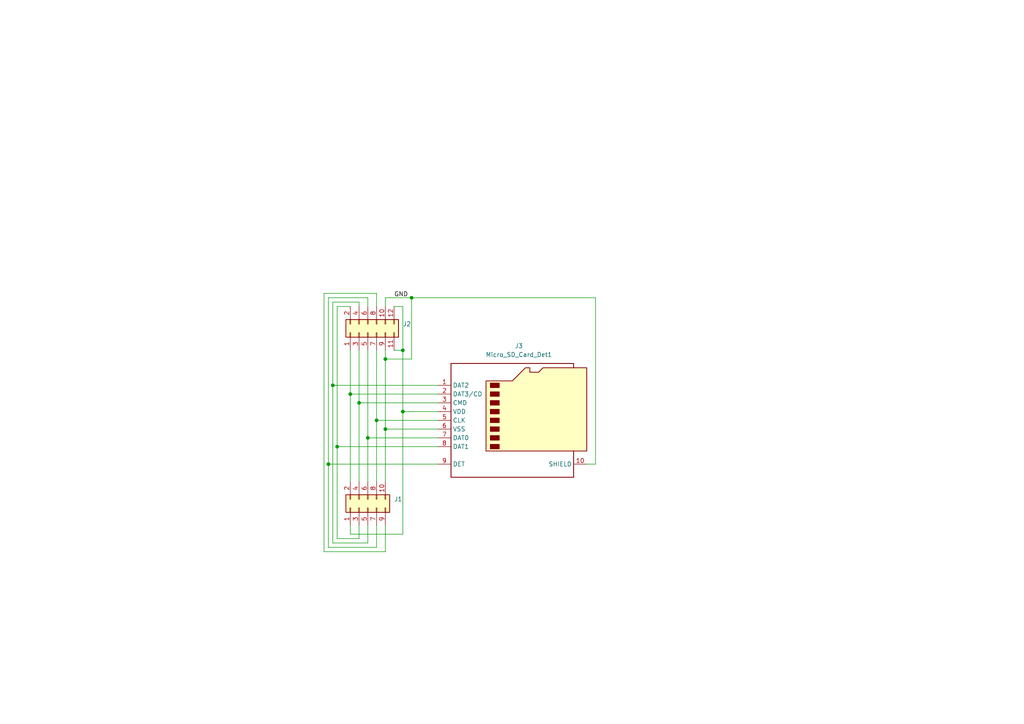
<source format=kicad_sch>
(kicad_sch (version 20230121) (generator eeschema)
  (paper "A4")
  (lib_symbols
    (symbol "Connector:Micro_SD_Card_Det1"
      (property "Reference" "J" (at -16.51 17.78 0))
      (property "Value" "Micro_SD_Card_Det1" (at 16.51 17.78 0))
      (symbol "Micro_SD_Card_Det1_0_1"
        (rectangle (start -7.62 -6.985) (end -5.08 -8.255) (stroke (width 0.254)) (fill (type outline)))
        (rectangle (start -7.62 -4.445) (end -5.08 -5.715) (stroke (width 0.254)) (fill (type outline)))
        (rectangle (start -7.62 -1.905) (end -5.08 -3.175) (stroke (width 0.254)) (fill (type outline)))
        (rectangle (start -7.62 0.635) (end -5.08 -0.635) (stroke (width 0.254)) (fill (type outline)))
        (rectangle (start -7.62 3.175) (end -5.08 1.905) (stroke (width 0.254)) (fill (type outline)))
        (rectangle (start -7.62 5.715) (end -5.08 4.445) (stroke (width 0.254)) (fill (type outline)))
        (rectangle (start -7.62 8.255) (end -5.08 6.985) (stroke (width 0.254)) (fill (type outline)))
        (rectangle (start -7.62 10.795) (end -5.08 9.525) (stroke (width 0.254)) (fill (type outline)))
        (polyline (pts (xy 16.51 15.24) (xy 16.51 16.51) (xy -19.05 16.51) (xy -19.05 -16.51) (xy 16.51 -16.51) (xy 16.51 -8.89)) (stroke (width 0.254)))
        (polyline (pts (xy -8.89 -8.89) (xy -8.89 11.43) (xy -1.27 11.43) (xy 2.54 15.24) (xy 3.81 15.24) (xy 3.81 13.97) (xy 6.35 13.97) (xy 7.62 15.24) (xy 20.32 15.24) (xy 20.32 -8.89) (xy -8.89 -8.89)) (stroke (width 0.254)) (fill (type background)))
      )
      (symbol "Micro_SD_Card_Det1_1_1"
        (pin bidirectional line (at -22.86 10.16 0) (length 3.81) (name "DAT2") (number "1"))
        (pin passive line (at 20.32 -12.7 180) (length 3.81) (name "SHIELD") (number "10"))
        (pin bidirectional line (at -22.86 7.62 0) (length 3.81) (name "DAT3/CD") (number "2"))
        (pin input line (at -22.86 5.08 0) (length 3.81) (name "CMD") (number "3"))
        (pin power_in line (at -22.86 2.54 0) (length 3.81) (name "VDD") (number "4"))
        (pin input line (at -22.86 0 0) (length 3.81) (name "CLK") (number "5"))
        (pin power_in line (at -22.86 -2.54 0) (length 3.81) (name "VSS") (number "6"))
        (pin bidirectional line (at -22.86 -5.08 0) (length 3.81) (name "DAT0") (number "7"))
        (pin bidirectional line (at -22.86 -7.62 0) (length 3.81) (name "DAT1") (number "8"))
        (pin passive line (at -22.86 -12.7 0) (length 3.81) (name "DET") (number "9"))
      )
    )
    (symbol "Connector_Generic:Conn_02x05_Odd_Even" (pin_names (offset 1.016) hide)
      (property "Reference" "J" (at 1.27 7.62 0))
      (property "Value" "Conn_02x05_Odd_Even" (at 1.27 -7.62 0))
      (symbol "Conn_02x05_Odd_Even_1_1"
        (rectangle (start -1.27 -4.953) (end 0 -5.207) (stroke (width 0.1524)))
        (rectangle (start -1.27 -2.413) (end 0 -2.667) (stroke (width 0.1524)))
        (rectangle (start -1.27 0.127) (end 0 -0.127) (stroke (width 0.1524)))
        (rectangle (start -1.27 2.667) (end 0 2.413) (stroke (width 0.1524)))
        (rectangle (start -1.27 5.207) (end 0 4.953) (stroke (width 0.1524)))
        (rectangle (start -1.27 6.35) (end 3.81 -6.35) (stroke (width 0.254)) (fill (type background)))
        (rectangle (start 3.81 -4.953) (end 2.54 -5.207) (stroke (width 0.1524)))
        (rectangle (start 3.81 -2.413) (end 2.54 -2.667) (stroke (width 0.1524)))
        (rectangle (start 3.81 0.127) (end 2.54 -0.127) (stroke (width 0.1524)))
        (rectangle (start 3.81 2.667) (end 2.54 2.413) (stroke (width 0.1524)))
        (rectangle (start 3.81 5.207) (end 2.54 4.953) (stroke (width 0.1524)))
        (pin passive line (at -5.08 5.08 0) (length 3.81) (name "Pin_1") (number "1"))
        (pin passive line (at 7.62 -5.08 180) (length 3.81) (name "Pin_10") (number "10"))
        (pin passive line (at 7.62 5.08 180) (length 3.81) (name "Pin_2") (number "2"))
        (pin passive line (at -5.08 2.54 0) (length 3.81) (name "Pin_3") (number "3"))
        (pin passive line (at 7.62 2.54 180) (length 3.81) (name "Pin_4") (number "4"))
        (pin passive line (at -5.08 0 0) (length 3.81) (name "Pin_5") (number "5"))
        (pin passive line (at 7.62 0 180) (length 3.81) (name "Pin_6") (number "6"))
        (pin passive line (at -5.08 -2.54 0) (length 3.81) (name "Pin_7") (number "7"))
        (pin passive line (at 7.62 -2.54 180) (length 3.81) (name "Pin_8") (number "8"))
        (pin passive line (at -5.08 -5.08 0) (length 3.81) (name "Pin_9") (number "9"))
      )
    )
    (symbol "Connector_Generic:Conn_02x06_Odd_Even" (pin_names (offset 1.016) hide)
      (property "Reference" "J" (at 1.27 7.62 0))
      (property "Value" "Conn_02x06_Odd_Even" (at 1.27 -10.16 0))
      (symbol "Conn_02x06_Odd_Even_1_1"
        (rectangle (start -1.27 -7.493) (end 0 -7.747) (stroke (width 0.1524)))
        (rectangle (start -1.27 -4.953) (end 0 -5.207) (stroke (width 0.1524)))
        (rectangle (start -1.27 -2.413) (end 0 -2.667) (stroke (width 0.1524)))
        (rectangle (start -1.27 0.127) (end 0 -0.127) (stroke (width 0.1524)))
        (rectangle (start -1.27 2.667) (end 0 2.413) (stroke (width 0.1524)))
        (rectangle (start -1.27 5.207) (end 0 4.953) (stroke (width 0.1524)))
        (rectangle (start -1.27 6.35) (end 3.81 -8.89) (stroke (width 0.254)) (fill (type background)))
        (rectangle (start 3.81 -7.493) (end 2.54 -7.747) (stroke (width 0.1524)))
        (rectangle (start 3.81 -4.953) (end 2.54 -5.207) (stroke (width 0.1524)))
        (rectangle (start 3.81 -2.413) (end 2.54 -2.667) (stroke (width 0.1524)))
        (rectangle (start 3.81 0.127) (end 2.54 -0.127) (stroke (width 0.1524)))
        (rectangle (start 3.81 2.667) (end 2.54 2.413) (stroke (width 0.1524)))
        (rectangle (start 3.81 5.207) (end 2.54 4.953) (stroke (width 0.1524)))
        (pin passive line (at -5.08 5.08 0) (length 3.81) (name "Pin_1") (number "1"))
        (pin passive line (at 7.62 -5.08 180) (length 3.81) (name "Pin_10") (number "10"))
        (pin passive line (at -5.08 -7.62 0) (length 3.81) (name "Pin_11") (number "11"))
        (pin passive line (at 7.62 -7.62 180) (length 3.81) (name "Pin_12") (number "12"))
        (pin passive line (at 7.62 5.08 180) (length 3.81) (name "Pin_2") (number "2"))
        (pin passive line (at -5.08 2.54 0) (length 3.81) (name "Pin_3") (number "3"))
        (pin passive line (at 7.62 2.54 180) (length 3.81) (name "Pin_4") (number "4"))
        (pin passive line (at -5.08 0 0) (length 3.81) (name "Pin_5") (number "5"))
        (pin passive line (at 7.62 0 180) (length 3.81) (name "Pin_6") (number "6"))
        (pin passive line (at -5.08 -2.54 0) (length 3.81) (name "Pin_7") (number "7"))
        (pin passive line (at 7.62 -2.54 180) (length 3.81) (name "Pin_8") (number "8"))
        (pin passive line (at -5.08 -5.08 0) (length 3.81) (name "Pin_9") (number "9"))
      )
    )
  )
  (junction (at 116.84 119.38))
  (junction (at 109.22 121.92))
  (junction (at 119.38 86.36))
  (junction (at 97.79 129.54))
  (junction (at 95.25 134.62))
  (junction (at 104.14 116.84))
  (junction (at 111.76 124.46))
  (junction (at 106.68 127))
  (junction (at 116.84 101.6))
  (junction (at 101.6 114.3))
  (junction (at 111.76 104.14))
  (junction (at 96.52 111.76))
  (wire (pts (xy 111.76 124.46) (xy 111.76 139.7)))
  (wire (pts (xy 101.6 114.3) (xy 101.6 139.7)))
  (wire (pts (xy 101.6 154.94) (xy 116.84 154.94)))
  (wire (pts (xy 114.3 88.9) (xy 116.84 88.9)))
  (wire (pts (xy 109.22 158.75) (xy 95.25 158.75)))
  (wire (pts (xy 109.22 121.92) (xy 109.22 139.7)))
  (wire (pts (xy 93.98 160.02) (xy 111.76 160.02)))
  (wire (pts (xy 104.14 156.21) (xy 97.79 156.21)))
  (wire (pts (xy 101.6 114.3) (xy 127 114.3)))
  (wire (pts (xy 111.76 104.14) (xy 111.76 101.6)))
  (wire (pts (xy 96.52 157.48) (xy 106.68 157.48)))
  (wire (pts (xy 97.79 129.54) (xy 97.79 88.9)))
  (wire (pts (xy 104.14 87.63) (xy 96.52 87.63)))
  (wire (pts (xy 95.25 158.75) (xy 95.25 134.62)))
  (wire (pts (xy 109.22 121.92) (xy 127 121.92)))
  (wire (pts (xy 104.14 152.4) (xy 104.14 156.21)))
  (wire (pts (xy 172.72 134.62) (xy 170.18 134.62)))
  (wire (pts (xy 172.72 86.36) (xy 172.72 134.62)))
  (wire (pts (xy 104.14 88.9) (xy 104.14 87.63)))
  (wire (pts (xy 116.84 119.38) (xy 116.84 154.94)))
  (wire (pts (xy 106.68 127) (xy 127 127)))
  (wire (pts (xy 106.68 101.6) (xy 106.68 127)))
  (wire (pts (xy 95.25 134.62) (xy 127 134.62)))
  (wire (pts (xy 96.52 111.76) (xy 127 111.76)))
  (wire (pts (xy 109.22 101.6) (xy 109.22 121.92)))
  (wire (pts (xy 101.6 101.6) (xy 101.6 114.3)))
  (wire (pts (xy 111.76 86.36) (xy 111.76 88.9)))
  (wire (pts (xy 97.79 156.21) (xy 97.79 129.54)))
  (wire (pts (xy 111.76 104.14) (xy 111.76 124.46)))
  (wire (pts (xy 96.52 87.63) (xy 96.52 111.76)))
  (wire (pts (xy 96.52 111.76) (xy 96.52 157.48)))
  (wire (pts (xy 106.68 86.36) (xy 106.68 88.9)))
  (wire (pts (xy 104.14 101.6) (xy 104.14 116.84)))
  (wire (pts (xy 104.14 116.84) (xy 104.14 139.7)))
  (wire (pts (xy 95.25 134.62) (xy 95.25 86.36)))
  (wire (pts (xy 106.68 157.48) (xy 106.68 152.4)))
  (wire (pts (xy 109.22 152.4) (xy 109.22 158.75)))
  (wire (pts (xy 109.22 85.09) (xy 93.98 85.09)))
  (wire (pts (xy 95.25 86.36) (xy 106.68 86.36)))
  (wire (pts (xy 104.14 116.84) (xy 127 116.84)))
  (wire (pts (xy 111.76 86.36) (xy 119.38 86.36)))
  (wire (pts (xy 116.84 119.38) (xy 127 119.38)))
  (wire (pts (xy 101.6 152.4) (xy 101.6 154.94)))
  (wire (pts (xy 119.38 86.36) (xy 172.72 86.36)))
  (wire (pts (xy 119.38 104.14) (xy 111.76 104.14)))
  (wire (pts (xy 97.79 129.54) (xy 127 129.54)))
  (wire (pts (xy 97.79 88.9) (xy 101.6 88.9)))
  (wire (pts (xy 109.22 88.9) (xy 109.22 85.09)))
  (wire (pts (xy 106.68 127) (xy 106.68 139.7)))
  (wire (pts (xy 116.84 101.6) (xy 116.84 119.38)))
  (wire (pts (xy 111.76 160.02) (xy 111.76 152.4)))
  (wire (pts (xy 111.76 124.46) (xy 127 124.46)))
  (wire (pts (xy 116.84 88.9) (xy 116.84 101.6)))
  (wire (pts (xy 116.84 101.6) (xy 114.3 101.6)))
  (wire (pts (xy 93.98 85.09) (xy 93.98 160.02)))
  (wire (pts (xy 119.38 86.36) (xy 119.38 104.14)))
  (label "GND" (at 114.3 86.36 0))
  (symbol (lib_id "Connector_Generic:Conn_02x06_Odd_Even") (at 106.68 96.52 90) (unit 1)
    (property "Reference" "J2" (at 116.84 93.98 90) (effects (justify right)))
    (property "Value" "Conn_02x06_Odd_Even" (effects hide))
    (property "Footprint" "custom:PMOD_Hybrid" (effects hide))
  )
  (symbol (lib_id "Connector_Generic:Conn_02x05_Odd_Even") (at 106.68 147.32 90) (unit 1)
    (property "Reference" "J1" (at 114.3 144.78 90) (effects (justify right)))
    (property "Value" "Conn_02x05_Odd_Even" (effects hide))
    (property "Footprint" "Connector_PinSocket_2.54mm:PinSocket_2x05_P2.54mm_Horizontal" (effects hide))
  )
  (symbol (lib_id "Connector:Micro_SD_Card_Det1") (at 149.86 121.92 0) (unit 1)
    (property "Reference" "J3" (at 150.495 100.33 0))
    (property "Value" "Micro_SD_Card_Det1" (at 150.495 102.87 0))
    (property "Footprint" "custom:105162-0001_MOL" (effects hide))
    (property "Datasheet" "https://datasheet.lcsc.com/lcsc/2110151630_XKB-Connectivity-XKTF-015-N_C381082.pdf" (effects hide))
  )
)
</source>
